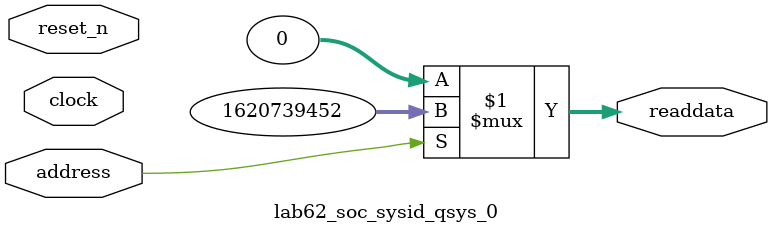
<source format=v>



// synthesis translate_off
`timescale 1ns / 1ps
// synthesis translate_on

// turn off superfluous verilog processor warnings 
// altera message_level Level1 
// altera message_off 10034 10035 10036 10037 10230 10240 10030 

module lab62_soc_sysid_qsys_0 (
               // inputs:
                address,
                clock,
                reset_n,

               // outputs:
                readdata
             )
;

  output  [ 31: 0] readdata;
  input            address;
  input            clock;
  input            reset_n;

  wire    [ 31: 0] readdata;
  //control_slave, which is an e_avalon_slave
  assign readdata = address ? 1620739452 : 0;

endmodule



</source>
